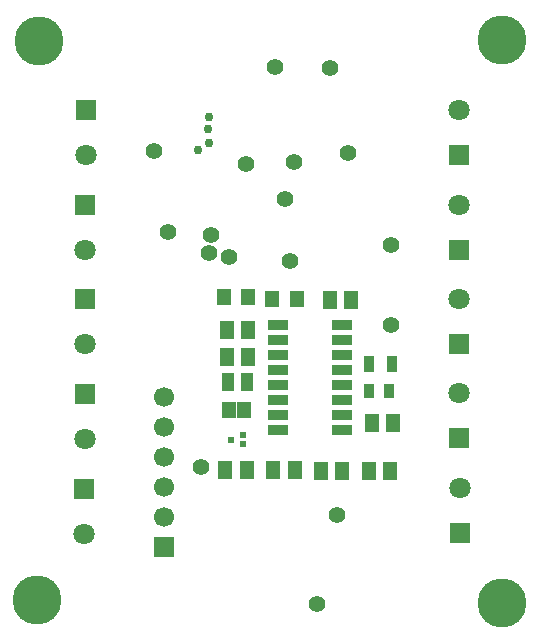
<source format=gbr>
G04*
G04 #@! TF.GenerationSoftware,Altium Limited,Altium Designer,23.3.1 (30)*
G04*
G04 Layer_Color=16711935*
%FSLAX25Y25*%
%MOIN*%
G70*
G04*
G04 #@! TF.SameCoordinates,9E9A1B20-5B00-4279-B210-449FD35A5861*
G04*
G04*
G04 #@! TF.FilePolarity,Negative*
G04*
G01*
G75*
%ADD31R,0.05118X0.06299*%
%ADD43C,0.07087*%
%ADD44R,0.07087X0.07087*%
%ADD45C,0.16339*%
%ADD46R,0.06693X0.06693*%
%ADD47C,0.06693*%
%ADD48C,0.05591*%
%ADD49C,0.02953*%
%ADD63R,0.03367X0.04969*%
%ADD66R,0.04545X0.05339*%
%ADD67R,0.04942X0.05756*%
%ADD68R,0.03740X0.05709*%
%ADD70R,0.02165X0.02165*%
%ADD71R,0.06594X0.03347*%
%ADD72R,0.03937X0.05906*%
%ADD73R,0.04724X0.06299*%
D31*
X188714Y166529D02*
D03*
X181628D02*
D03*
X197617Y166569D02*
D03*
X204704D02*
D03*
X220533Y166464D02*
D03*
X213447D02*
D03*
X236451Y166399D02*
D03*
X229364D02*
D03*
X230355Y182470D02*
D03*
X237442D02*
D03*
X223501Y223498D02*
D03*
X216414D02*
D03*
X189205Y213446D02*
D03*
X182118D02*
D03*
D43*
X134910Y240101D02*
D03*
X259602Y192213D02*
D03*
X134855Y208625D02*
D03*
X134874Y176955D02*
D03*
X259639Y223522D02*
D03*
X259503Y286800D02*
D03*
Y255098D02*
D03*
X259691Y160723D02*
D03*
X135066Y271644D02*
D03*
X134598Y145386D02*
D03*
D44*
X135066Y286644D02*
D03*
X259602Y177213D02*
D03*
X134855Y223625D02*
D03*
X134874Y191955D02*
D03*
X259639Y208522D02*
D03*
X259503Y271800D02*
D03*
Y240098D02*
D03*
X259691Y145723D02*
D03*
X134910Y255101D02*
D03*
X134598Y160386D02*
D03*
D45*
X118975Y123223D02*
D03*
X274005Y122283D02*
D03*
X119387Y309595D02*
D03*
X273759Y310090D02*
D03*
D46*
X161294Y140997D02*
D03*
D47*
Y150996D02*
D03*
Y160996D02*
D03*
Y170996D02*
D03*
Y180997D02*
D03*
Y190997D02*
D03*
D48*
X212148Y122047D02*
D03*
X201609Y256851D02*
D03*
X176992Y244970D02*
D03*
X176328Y238900D02*
D03*
X182974Y237659D02*
D03*
X162491Y246060D02*
D03*
X218923Y151826D02*
D03*
X204403Y269480D02*
D03*
X222518Y272334D02*
D03*
X157953Y272981D02*
D03*
X188524Y268679D02*
D03*
X203037Y236457D02*
D03*
X236919Y214901D02*
D03*
X236934Y241769D02*
D03*
X173563Y167509D02*
D03*
X198324Y301033D02*
D03*
X216651Y300627D02*
D03*
D49*
X175971Y280420D02*
D03*
X176139Y284249D02*
D03*
X176169Y275672D02*
D03*
X172593Y273276D02*
D03*
D63*
X229678Y192952D02*
D03*
X236178D02*
D03*
D66*
X188018Y186826D02*
D03*
X182696D02*
D03*
D67*
X205424Y223703D02*
D03*
X197349D02*
D03*
X189232Y224400D02*
D03*
X181157D02*
D03*
D68*
X229542Y201946D02*
D03*
X237220D02*
D03*
D70*
X183589Y176752D02*
D03*
X187526Y175177D02*
D03*
Y178327D02*
D03*
D71*
X199328Y179877D02*
D03*
Y184877D02*
D03*
Y189877D02*
D03*
Y194877D02*
D03*
Y199877D02*
D03*
Y204877D02*
D03*
Y209877D02*
D03*
Y214877D02*
D03*
X220683D02*
D03*
Y209877D02*
D03*
Y204877D02*
D03*
Y199877D02*
D03*
Y194877D02*
D03*
Y189877D02*
D03*
Y184877D02*
D03*
Y179877D02*
D03*
D72*
X188970Y196146D02*
D03*
X182474D02*
D03*
D73*
X189303Y204187D02*
D03*
X182019D02*
D03*
M02*

</source>
